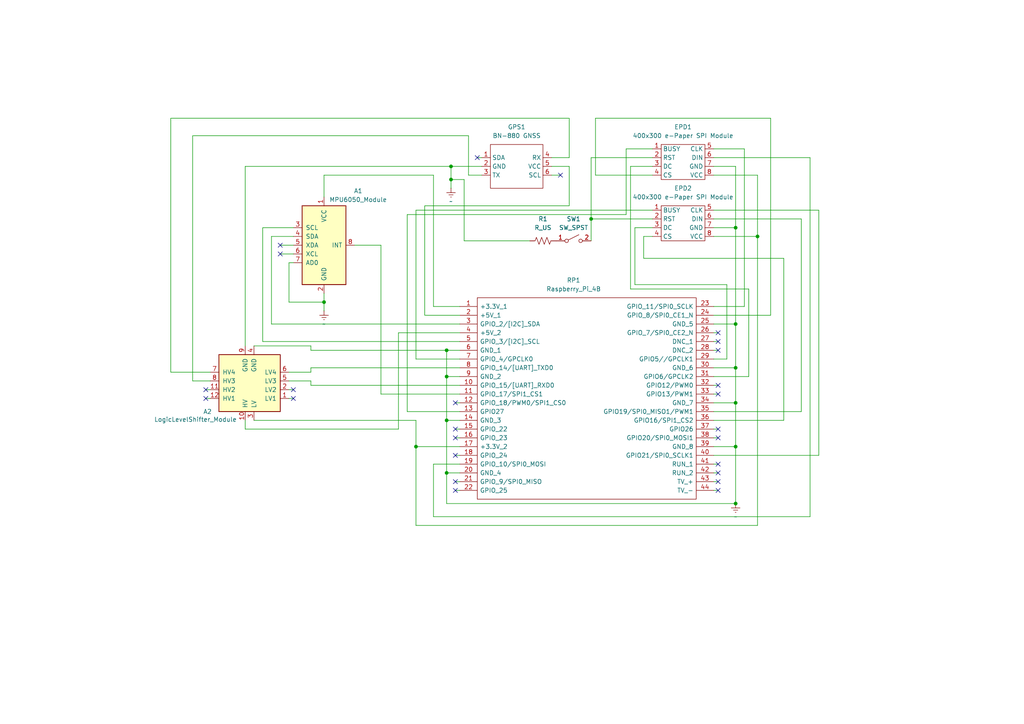
<source format=kicad_sch>
(kicad_sch (version 20231120) (generator "eeschema") (generator_version "8.0")
  (paper "A4")
  (title_block (title "ECTE250 TEAM 8") (date "Week 3") (rev "1") (company "Elderly Assistance: Fall Detection & Alert System"))
  (lib_symbols
    (symbol "Charleslabs_Parts:LogicLevelShifter_Module" (pin_names (offset 1.016))
      (property "Reference" "A" (at -7.62 8.89 0))
      (property "Value" "LogicLevelShifter_Module" (at 15.24 8.89 0))
      (symbol "LogicLevelShifter_Module_0_1"
        (rectangle (start -8.89 7.62) (end 8.89 -8.89) (stroke (width 0.254)) (fill (type background)))
      )
      (symbol "LogicLevelShifter_Module_1_1"
        (pin bidirectional line (at -11.43 3.81 0) (length 2.54) (name "LV1") (number "1"))
        (pin power_in line (at 1.27 10.16 270) (length 2.54) (name "HV") (number "10"))
        (pin bidirectional line (at 11.43 1.27 180) (length 2.54) (name "HV2") (number "11"))
        (pin bidirectional line (at 11.43 3.81 180) (length 2.54) (name "HV1") (number "12"))
        (pin bidirectional line (at -11.43 1.27 0) (length 2.54) (name "LV2") (number "2"))
        (pin power_in line (at -1.27 10.16 270) (length 2.54) (name "LV") (number "3"))
        (pin power_in line (at -1.27 -11.43 90) (length 2.54) (name "GND") (number "4"))
        (pin bidirectional line (at -11.43 -1.27 0) (length 2.54) (name "LV3") (number "5"))
        (pin bidirectional line (at -11.43 -3.81 0) (length 2.54) (name "LV4") (number "6"))
        (pin bidirectional line (at 11.43 -3.81 180) (length 2.54) (name "HV4") (number "7"))
        (pin bidirectional line (at 11.43 -1.27 180) (length 2.54) (name "HV3") (number "8"))
        (pin power_in line (at 1.27 -11.43 90) (length 2.54) (name "GND") (number "9"))
      )
    )
    (symbol "Charleslabs_Parts:MPU6050_Module" (pin_names (offset 1.016))
      (property "Reference" "A" (at -5.08 12.7 0))
      (property "Value" "MPU6050_Module" (at 8.89 12.7 0))
      (symbol "MPU6050_Module_0_1"
        (rectangle (start -6.35 11.43) (end 6.35 -11.43) (stroke (width 0.254)) (fill (type background)))
      )
      (symbol "MPU6050_Module_1_1"
        (pin power_in line (at 0 13.97 270) (length 2.54) (name "VCC") (number "1"))
        (pin power_in line (at 0 -13.97 90) (length 2.54) (name "GND") (number "2"))
        (pin input line (at -8.89 5.08 0) (length 2.54) (name "SCL") (number "3"))
        (pin input line (at -8.89 2.54 0) (length 2.54) (name "SDA") (number "4"))
        (pin input line (at -8.89 0 0) (length 2.54) (name "XDA") (number "5"))
        (pin input line (at -8.89 -2.54 0) (length 2.54) (name "XCL") (number "6"))
        (pin input line (at -8.89 -5.08 0) (length 2.54) (name "AD0") (number "7"))
        (pin output line (at 8.89 0 180) (length 2.54) (name "INT") (number "8"))
      )
    )
    (symbol "Device:R_US" (pin_numbers hide) (pin_names (offset 0))
      (property "Reference" "R" (at 2.54 0 90))
      (property "Value" "R_US" (at -2.54 0 90))
      (symbol "R_US_0_1"
        (polyline (pts (xy 0 -2.286) (xy 0 -2.54)))
        (polyline (pts (xy 0 2.286) (xy 0 2.54)))
        (polyline (pts (xy 0 -0.762) (xy 1.016 -1.143) (xy 0 -1.524) (xy -1.016 -1.905) (xy 0 -2.286)))
        (polyline (pts (xy 0 0.762) (xy 1.016 0.381) (xy 0 0) (xy -1.016 -0.381) (xy 0 -0.762)))
        (polyline (pts (xy 0 2.286) (xy 1.016 1.905) (xy 0 1.524) (xy -1.016 1.143) (xy 0 0.762)))
      )
      (symbol "R_US_1_1"
        (pin passive line (at 0 3.81 270) (length 1.27) (name "~") (number "1"))
        (pin passive line (at 0 -3.81 90) (length 1.27) (name "~") (number "2"))
      )
    )
    (symbol "Raspberry_Pi_2_or_3:Raspberry_Pi_2_3" (pin_names (offset 0.762))
      (property "Reference" "RP" (at 30.48 27.94 0))
      (property "Value" "Raspberry_Pi_4B" (at 30.48 25.4 0))
      (symbol "Raspberry_Pi_2_3_0_0"
        (pin bidirectional line (at 0 0 0) (length 5.08) (name "+3.3V_1") (number "1"))
        (pin bidirectional line (at 0 -22.86 0) (length 5.08) (name "GPIO_15/[UART]_RXD0") (number "10"))
        (pin bidirectional line (at 0 -25.4 0) (length 5.08) (name "GPIO_17/SPI1_CS1") (number "11"))
        (pin bidirectional line (at 0 -27.94 0) (length 5.08) (name "GPIO_18/PWM0/SPI1_CS0") (number "12"))
        (pin bidirectional line (at 0 -30.48 0) (length 5.08) (name "GPIO27") (number "13"))
        (pin bidirectional line (at 0 -33.02 0) (length 5.08) (name "GND_3") (number "14"))
        (pin bidirectional line (at 0 -35.56 0) (length 5.08) (name "GPIO_22") (number "15"))
        (pin bidirectional line (at 0 -38.1 0) (length 5.08) (name "GPIO_23") (number "16"))
        (pin bidirectional line (at 0 -40.64 0) (length 5.08) (name "+3.3V_2") (number "17"))
        (pin bidirectional line (at 0 -43.18 0) (length 5.08) (name "GPIO_24") (number "18"))
        (pin bidirectional line (at 0 -45.72 0) (length 5.08) (name "GPIO_10/SPI0_MOSI") (number "19"))
        (pin bidirectional line (at 0 -2.54 0) (length 5.08) (name "+5V_1") (number "2"))
        (pin bidirectional line (at 0 -48.26 0) (length 5.08) (name "GND_4") (number "20"))
        (pin bidirectional line (at 0 -50.8 0) (length 5.08) (name "GPIO_9/SPI0_MISO") (number "21"))
        (pin bidirectional line (at 0 -53.34 0) (length 5.08) (name "GPIO_25") (number "22"))
        (pin bidirectional line (at 73.66 0 180) (length 5.08) (name "GPIO_11/SPI0_SCLK") (number "23"))
        (pin bidirectional line (at 73.66 -2.54 180) (length 5.08) (name "GPIO_8/SPI0_CE1_N") (number "24"))
        (pin bidirectional line (at 73.66 -5.08 180) (length 5.08) (name "GND_5") (number "25"))
        (pin bidirectional line (at 73.66 -7.62 180) (length 5.08) (name "GPIO_7/SPI0_CE2_N") (number "26"))
        (pin bidirectional line (at 73.66 -10.16 180) (length 5.08) (name "DNC_1") (number "27"))
        (pin bidirectional line (at 73.66 -12.7 180) (length 5.08) (name "DNC_2") (number "28"))
        (pin bidirectional line (at 73.66 -15.24 180) (length 5.08) (name "GPIO5//GPCLK1") (number "29"))
        (pin bidirectional line (at 0 -5.08 0) (length 5.08) (name "GPIO_2/[I2C]_SDA") (number "3"))
        (pin bidirectional line (at 73.66 -17.78 180) (length 5.08) (name "GND_6") (number "30"))
        (pin bidirectional line (at 73.66 -20.32 180) (length 5.08) (name "GPIO6/GPCLK2") (number "31"))
        (pin bidirectional line (at 73.66 -22.86 180) (length 5.08) (name "GPIO12/PWM0") (number "32"))
        (pin bidirectional line (at 73.66 -25.4 180) (length 5.08) (name "GPIO13/PWM1") (number "33"))
        (pin bidirectional line (at 73.66 -27.94 180) (length 5.08) (name "GND_7") (number "34"))
        (pin bidirectional line (at 73.66 -30.48 180) (length 5.08) (name "GPIO19/SPI0_MISO1/PWM1") (number "35"))
        (pin bidirectional line (at 73.66 -33.02 180) (length 5.08) (name "GPIO16/SPI1_CS2") (number "36"))
        (pin bidirectional line (at 73.66 -35.56 180) (length 5.08) (name "GPIO26") (number "37"))
        (pin bidirectional line (at 73.66 -38.1 180) (length 5.08) (name "GPIO20/SPI0_MOSI1") (number "38"))
        (pin bidirectional line (at 73.66 -40.64 180) (length 5.08) (name "GND_8") (number "39"))
        (pin bidirectional line (at 0 -7.62 0) (length 5.08) (name "+5V_2") (number "4"))
        (pin bidirectional line (at 73.66 -43.18 180) (length 5.08) (name "GPIO21/SPI0_SCLK1") (number "40"))
        (pin bidirectional line (at 73.66 -45.72 180) (length 5.08) (name "RUN_1") (number "41"))
        (pin bidirectional line (at 73.66 -48.26 180) (length 5.08) (name "RUN_2") (number "42"))
        (pin bidirectional line (at 73.66 -50.8 180) (length 5.08) (name "TV_+") (number "43"))
        (pin bidirectional line (at 73.66 -53.34 180) (length 5.08) (name "TV_-") (number "44"))
        (pin bidirectional line (at 0 -10.16 0) (length 5.08) (name "GPIO_3/[I2C]_SCL") (number "5"))
        (pin bidirectional line (at 0 -12.7 0) (length 5.08) (name "GND_1") (number "6"))
        (pin bidirectional line (at 0 -15.24 0) (length 5.08) (name "GPIO_4/GPCLK0") (number "7"))
        (pin bidirectional line (at 0 -17.78 0) (length 5.08) (name "GPIO_14/[UART]_TXD0") (number "8"))
        (pin bidirectional line (at 0 -20.32 0) (length 5.08) (name "GND_2") (number "9"))
      )
      (symbol "Raspberry_Pi_2_3_0_1"
        (polyline (pts (xy 5.08 2.54) (xy 68.58 2.54) (xy 68.58 -55.88) (xy 5.08 -55.88) (xy 5.08 2.54)) (stroke (width 0.1524)))
      )
    )
    (symbol "Switch:SW_SPST" (pin_names (offset 0) hide)
      (property "Reference" "SW" (at 0 3.175 0))
      (property "Value" "SW_SPST" (at 0 -2.54 0))
      (symbol "SW_SPST_0_0"
        (circle (center -2.032 0) (radius 0.508))
        (polyline (pts (xy -1.524 0.254) (xy 1.524 1.778)))
        (circle (center 2.032 0) (radius 0.508))
      )
      (symbol "SW_SPST_1_1"
        (pin passive line (at -5.08 0 0) (length 2.54) (name "A") (number "1"))
        (pin passive line (at 5.08 0 180) (length 2.54) (name "B") (number "2"))
      )
    )
    (symbol "power:GNDREF" (power) (pin_numbers hide) (pin_names (offset 0) hide)
      (property "Value" "GNDREF" (at 0 -3.81 0))
      (symbol "GNDREF_0_1"
        (polyline (pts (xy -0.635 -1.905) (xy 0.635 -1.905)))
        (polyline (pts (xy -0.127 -2.54) (xy 0.127 -2.54)))
        (polyline (pts (xy 0 -1.27) (xy 0 0)))
        (polyline (pts (xy 1.27 -1.27) (xy -1.27 -1.27)))
      )
      (symbol "GNDREF_1_1"
        (pin power_in line (at 0 0 270) (length 0) (name "~") (number "1"))
      )
    )
    (symbol "wirehead:4.2_epaper_spi_module"
      (property "Reference" "EPD" (at 0 3.81 0))
      (property "Value" "400x300 e-Paper SPI Module" (at 0.254 1.778 0))
      (symbol "4.2_epaper_spi_module_0_0"
        (pin input line (at -8.89 -1.27 0) (length 2.54) (name "BUSY") (number "1"))
        (pin input line (at -8.89 -3.81 0) (length 2.54) (name "RST") (number "2"))
        (pin input line (at -8.89 -6.35 0) (length 2.54) (name "DC") (number "3"))
        (pin input line (at -8.89 -8.89 0) (length 2.54) (name "CS") (number "4"))
        (pin input line (at 8.89 -1.27 180) (length 2.54) (name "CLK") (number "5"))
        (pin input line (at 8.89 -3.81 180) (length 2.54) (name "DIN") (number "6"))
        (pin input line (at 8.89 -6.35 180) (length 2.54) (name "GND") (number "7"))
        (pin input line (at 8.89 -8.89 180) (length 2.54) (name "VCC") (number "8"))
      )
      (symbol "4.2_epaper_spi_module_0_1"
        (rectangle (start 6.35 -10.16) (end -6.35 0))
      )
    )
    (symbol "wirehead:BN-880_GNSS"
      (property "Reference" "GPS" (at 0 2.032 0))
      (property "Value" "BN-880 GNSS" (at 0 0 0))
      (symbol "BN-880_GNSS_0_0"
        (pin input line (at -10.16 -6.35 0) (length 2.54) (name "SDA") (number "1"))
        (pin input line (at -10.16 -8.89 0) (length 2.54) (name "GND") (number "2"))
        (pin input line (at -10.16 -11.43 0) (length 2.54) (name "TX") (number "3"))
        (pin input line (at 10.16 -6.35 180) (length 2.54) (name "RX") (number "4"))
        (pin input line (at 10.16 -8.89 180) (length 2.54) (name "VCC") (number "5"))
        (pin input line (at 10.16 -11.43 180) (length 2.54) (name "SCL") (number "6"))
      )
      (symbol "BN-880_GNSS_0_1"
        (rectangle (start -7.62 -2.54) (end 7.62 -15.24))
      )
    )
  )
  (junction (at 129.54 109.22))
  (junction (at 129.54 121.92))
  (junction (at 130.81 52.07))
  (junction (at 130.81 48.26))
  (junction (at 213.36 116.84))
  (junction (at 171.45 63.5))
  (junction (at 129.54 137.16))
  (junction (at 213.36 146.05))
  (junction (at 213.36 93.98))
  (junction (at 219.71 68.58))
  (junction (at 120.65 129.54))
  (junction (at 129.54 101.6))
  (junction (at 213.36 66.04))
  (junction (at 213.36 106.68))
  (junction (at 213.36 129.54))
  (junction (at 93.98 87.63))
  (no_connect (at 132.08 124.46))
  (no_connect (at 132.08 139.7))
  (no_connect (at 208.28 134.62))
  (no_connect (at 208.28 99.06))
  (no_connect (at 208.28 124.46))
  (no_connect (at 59.69 115.57))
  (no_connect (at 132.08 127))
  (no_connect (at 208.28 139.7))
  (no_connect (at 59.69 113.03))
  (no_connect (at 208.28 111.76))
  (no_connect (at 132.08 132.08))
  (no_connect (at 208.28 142.24))
  (no_connect (at 85.09 115.57))
  (no_connect (at 208.28 101.6))
  (no_connect (at 132.08 116.84))
  (no_connect (at 81.28 71.12))
  (no_connect (at 81.28 73.66))
  (no_connect (at 208.28 114.3))
  (no_connect (at 208.28 127))
  (no_connect (at 162.56 50.8))
  (no_connect (at 85.09 113.03))
  (no_connect (at 138.43 45.72))
  (no_connect (at 132.08 142.24))
  (no_connect (at 208.28 96.52))
  (no_connect (at 208.28 137.16))
  (wire (pts (xy 83.82 113.03) (xy 85.09 113.03)))
  (wire (pts (xy 207.01 132.08) (xy 237.49 132.08)))
  (wire (pts (xy 219.71 50.8) (xy 219.71 68.58)))
  (wire (pts (xy 85.09 76.2) (xy 83.82 76.2)))
  (wire (pts (xy 153.67 69.85) (xy 134.62 69.85)))
  (wire (pts (xy 181.61 62.23) (xy 118.11 62.23)))
  (wire (pts (xy 135.89 50.8) (xy 139.7 50.8)))
  (wire (pts (xy 232.41 63.5) (xy 207.01 63.5)))
  (wire (pts (xy 184.15 82.55) (xy 184.15 66.04)))
  (wire (pts (xy 207.01 142.24) (xy 208.28 142.24)))
  (wire (pts (xy 71.12 48.26) (xy 130.81 48.26)))
  (wire (pts (xy 90.17 101.6) (xy 129.54 101.6)))
  (wire (pts (xy 81.28 71.12) (xy 85.09 71.12)))
  (wire (pts (xy 71.12 48.26) (xy 71.12 100.33)))
  (wire (pts (xy 207.01 50.8) (xy 219.71 50.8)))
  (wire (pts (xy 234.95 45.72) (xy 207.01 45.72)))
  (wire (pts (xy 81.28 73.66) (xy 85.09 73.66)))
  (wire (pts (xy 207.01 48.26) (xy 213.36 48.26)))
  (wire (pts (xy 130.81 48.26) (xy 130.81 52.07)))
  (wire (pts (xy 78.74 68.58) (xy 78.74 93.98)))
  (wire (pts (xy 207.01 104.14) (xy 210.82 104.14)))
  (wire (pts (xy 223.52 34.29) (xy 223.52 91.44)))
  (wire (pts (xy 207.01 101.6) (xy 208.28 101.6)))
  (wire (pts (xy 219.71 68.58) (xy 219.71 152.4)))
  (wire (pts (xy 83.82 76.2) (xy 83.82 87.63)))
  (wire (pts (xy 215.9 43.18) (xy 207.01 43.18)))
  (wire (pts (xy 165.1 34.29) (xy 49.53 34.29)))
  (wire (pts (xy 189.23 48.26) (xy 182.88 48.26)))
  (wire (pts (xy 207.01 139.7) (xy 208.28 139.7)))
  (wire (pts (xy 132.08 116.84) (xy 133.35 116.84)))
  (wire (pts (xy 93.98 87.63) (xy 93.98 85.09)))
  (wire (pts (xy 217.17 109.22) (xy 207.01 109.22)))
  (wire (pts (xy 55.88 39.37) (xy 135.89 39.37)))
  (wire (pts (xy 90.17 107.95) (xy 90.17 106.68)))
  (wire (pts (xy 207.01 121.92) (xy 227.33 121.92)))
  (wire (pts (xy 207.01 119.38) (xy 232.41 119.38)))
  (wire (pts (xy 171.45 63.5) (xy 171.45 69.85)))
  (wire (pts (xy 115.57 96.52) (xy 115.57 124.46)))
  (wire (pts (xy 120.65 121.92) (xy 120.65 129.54)))
  (wire (pts (xy 110.49 114.3) (xy 110.49 71.12)))
  (wire (pts (xy 207.01 96.52) (xy 208.28 96.52)))
  (wire (pts (xy 133.35 96.52) (xy 115.57 96.52)))
  (wire (pts (xy 189.23 60.96) (xy 120.65 60.96)))
  (wire (pts (xy 207.01 114.3) (xy 208.28 114.3)))
  (wire (pts (xy 125.73 50.8) (xy 125.73 88.9)))
  (wire (pts (xy 210.82 104.14) (xy 210.82 82.55)))
  (wire (pts (xy 83.82 115.57) (xy 85.09 115.57)))
  (wire (pts (xy 133.35 114.3) (xy 110.49 114.3)))
  (wire (pts (xy 186.69 74.93) (xy 186.69 68.58)))
  (wire (pts (xy 83.82 107.95) (xy 90.17 107.95)))
  (wire (pts (xy 182.88 48.26) (xy 182.88 83.82)))
  (wire (pts (xy 132.08 142.24) (xy 133.35 142.24)))
  (wire (pts (xy 213.36 129.54) (xy 213.36 146.05)))
  (wire (pts (xy 133.35 121.92) (xy 129.54 121.92)))
  (wire (pts (xy 125.73 149.86) (xy 234.95 149.86)))
  (wire (pts (xy 120.65 129.54) (xy 133.35 129.54)))
  (wire (pts (xy 207.01 134.62) (xy 208.28 134.62)))
  (wire (pts (xy 171.45 45.72) (xy 171.45 63.5)))
  (wire (pts (xy 129.54 101.6) (xy 133.35 101.6)))
  (wire (pts (xy 172.72 50.8) (xy 172.72 34.29)))
  (wire (pts (xy 207.01 116.84) (xy 213.36 116.84)))
  (wire (pts (xy 123.19 91.44) (xy 133.35 91.44)))
  (wire (pts (xy 207.01 124.46) (xy 208.28 124.46)))
  (wire (pts (xy 133.35 109.22) (xy 129.54 109.22)))
  (wire (pts (xy 90.17 111.76) (xy 133.35 111.76)))
  (wire (pts (xy 83.82 87.63) (xy 93.98 87.63)))
  (wire (pts (xy 207.01 111.76) (xy 208.28 111.76)))
  (wire (pts (xy 189.23 50.8) (xy 172.72 50.8)))
  (wire (pts (xy 223.52 91.44) (xy 207.01 91.44)))
  (wire (pts (xy 133.35 137.16) (xy 129.54 137.16)))
  (wire (pts (xy 207.01 129.54) (xy 213.36 129.54)))
  (wire (pts (xy 123.19 91.44) (xy 123.19 59.69)))
  (wire (pts (xy 90.17 100.33) (xy 90.17 101.6)))
  (wire (pts (xy 213.36 116.84) (xy 213.36 129.54)))
  (wire (pts (xy 85.09 68.58) (xy 78.74 68.58)))
  (wire (pts (xy 217.17 83.82) (xy 217.17 109.22)))
  (wire (pts (xy 186.69 68.58) (xy 189.23 68.58)))
  (wire (pts (xy 172.72 34.29) (xy 223.52 34.29)))
  (wire (pts (xy 93.98 90.17) (xy 93.98 87.63)))
  (wire (pts (xy 237.49 132.08) (xy 237.49 60.96)))
  (wire (pts (xy 207.01 99.06) (xy 208.28 99.06)))
  (wire (pts (xy 132.08 124.46) (xy 133.35 124.46)))
  (wire (pts (xy 213.36 106.68) (xy 213.36 93.98)))
  (wire (pts (xy 227.33 74.93) (xy 186.69 74.93)))
  (wire (pts (xy 165.1 45.72) (xy 160.02 45.72)))
  (wire (pts (xy 129.54 121.92) (xy 129.54 109.22)))
  (wire (pts (xy 219.71 152.4) (xy 120.65 152.4)))
  (wire (pts (xy 102.87 71.12) (xy 110.49 71.12)))
  (wire (pts (xy 182.88 83.82) (xy 217.17 83.82)))
  (wire (pts (xy 123.19 59.69) (xy 165.1 59.69)))
  (wire (pts (xy 55.88 110.49) (xy 55.88 39.37)))
  (wire (pts (xy 165.1 59.69) (xy 165.1 48.26)))
  (wire (pts (xy 129.54 101.6) (xy 129.54 109.22)))
  (wire (pts (xy 184.15 66.04) (xy 189.23 66.04)))
  (wire (pts (xy 210.82 82.55) (xy 184.15 82.55)))
  (wire (pts (xy 93.98 50.8) (xy 125.73 50.8)))
  (wire (pts (xy 189.23 63.5) (xy 171.45 63.5)))
  (wire (pts (xy 135.89 39.37) (xy 135.89 50.8)))
  (wire (pts (xy 132.08 139.7) (xy 133.35 139.7)))
  (wire (pts (xy 120.65 60.96) (xy 120.65 104.14)))
  (wire (pts (xy 207.01 66.04) (xy 213.36 66.04)))
  (wire (pts (xy 129.54 137.16) (xy 129.54 146.05)))
  (wire (pts (xy 59.69 113.03) (xy 60.96 113.03)))
  (wire (pts (xy 134.62 52.07) (xy 130.81 52.07)))
  (wire (pts (xy 213.36 48.26) (xy 213.36 66.04)))
  (wire (pts (xy 85.09 66.04) (xy 76.2 66.04)))
  (wire (pts (xy 134.62 69.85) (xy 134.62 52.07)))
  (wire (pts (xy 78.74 93.98) (xy 133.35 93.98)))
  (wire (pts (xy 60.96 110.49) (xy 55.88 110.49)))
  (wire (pts (xy 139.7 48.26) (xy 130.81 48.26)))
  (wire (pts (xy 132.08 127) (xy 133.35 127)))
  (wire (pts (xy 73.66 100.33) (xy 90.17 100.33)))
  (wire (pts (xy 71.12 124.46) (xy 71.12 121.92)))
  (wire (pts (xy 232.41 119.38) (xy 232.41 63.5)))
  (wire (pts (xy 181.61 43.18) (xy 181.61 62.23)))
  (wire (pts (xy 160.02 48.26) (xy 165.1 48.26)))
  (wire (pts (xy 118.11 119.38) (xy 133.35 119.38)))
  (wire (pts (xy 59.69 115.57) (xy 60.96 115.57)))
  (wire (pts (xy 189.23 45.72) (xy 171.45 45.72)))
  (wire (pts (xy 160.02 50.8) (xy 162.56 50.8)))
  (wire (pts (xy 115.57 124.46) (xy 71.12 124.46)))
  (wire (pts (xy 215.9 88.9) (xy 215.9 43.18)))
  (wire (pts (xy 90.17 106.68) (xy 133.35 106.68)))
  (wire (pts (xy 120.65 129.54) (xy 120.65 152.4)))
  (wire (pts (xy 49.53 107.95) (xy 60.96 107.95)))
  (wire (pts (xy 234.95 149.86) (xy 234.95 45.72)))
  (wire (pts (xy 93.98 57.15) (xy 93.98 50.8)))
  (wire (pts (xy 125.73 134.62) (xy 125.73 149.86)))
  (wire (pts (xy 189.23 43.18) (xy 181.61 43.18)))
  (wire (pts (xy 207.01 106.68) (xy 213.36 106.68)))
  (wire (pts (xy 207.01 137.16) (xy 208.28 137.16)))
  (wire (pts (xy 90.17 111.76) (xy 90.17 110.49)))
  (wire (pts (xy 129.54 137.16) (xy 129.54 121.92)))
  (wire (pts (xy 120.65 104.14) (xy 133.35 104.14)))
  (wire (pts (xy 237.49 60.96) (xy 207.01 60.96)))
  (wire (pts (xy 213.36 66.04) (xy 213.36 93.98)))
  (wire (pts (xy 227.33 121.92) (xy 227.33 74.93)))
  (wire (pts (xy 207.01 93.98) (xy 213.36 93.98)))
  (wire (pts (xy 130.81 52.07) (xy 130.81 54.61)))
  (wire (pts (xy 133.35 134.62) (xy 125.73 134.62)))
  (wire (pts (xy 132.08 132.08) (xy 133.35 132.08)))
  (wire (pts (xy 76.2 99.06) (xy 133.35 99.06)))
  (wire (pts (xy 129.54 146.05) (xy 213.36 146.05)))
  (wire (pts (xy 207.01 88.9) (xy 215.9 88.9)))
  (wire (pts (xy 118.11 62.23) (xy 118.11 119.38)))
  (wire (pts (xy 213.36 106.68) (xy 213.36 116.84)))
  (wire (pts (xy 138.43 45.72) (xy 139.7 45.72)))
  (wire (pts (xy 207.01 127) (xy 208.28 127)))
  (wire (pts (xy 76.2 66.04) (xy 76.2 99.06)))
  (wire (pts (xy 165.1 45.72) (xy 165.1 34.29)))
  (wire (pts (xy 125.73 88.9) (xy 133.35 88.9)))
  (wire (pts (xy 207.01 68.58) (xy 219.71 68.58)))
  (wire (pts (xy 73.66 121.92) (xy 120.65 121.92)))
  (wire (pts (xy 90.17 110.49) (xy 83.82 110.49)))
  (wire (pts (xy 49.53 34.29) (xy 49.53 107.95)))
  (symbol (lib_id "Charleslabs_Parts:MPU6050_Module") (at 93.98 71.12 0) (unit 1)
    (property "Reference" "A1" (at 103.886 55.372 0))
    (property "Value" "MPU6050_Module" (at 103.886 57.912 0))
    (property "Footprint" "Charleslabs_Parts:MPU6050_Module" (effects (hide yes)))
  )
  (symbol (lib_id "Device:R_US") (at 157.48 69.85 90) (unit 1)
    (property "Reference" "R1" (at 157.48 63.5 90))
    (property "Value" "R_US" (at 157.48 66.04 90))
    (property "Description" "Resistor, US symbol" (effects (hide yes)))
  )
  (symbol (lib_id "power:GNDREF") (at 213.36 146.05 0) (unit 1)
    (property "Reference" "#PWR1" (effects (hide yes)))
    (property "Value" "~" (at 213.36 149.86 0))
    (property "Description" "Power symbol creates a global label with name \"GNDREF\" , reference supply ground" (effects (hide yes)))
  )
  (symbol (lib_id "Switch:SW_SPST") (at 166.37 69.85 0) (unit 1)
    (property "Reference" "SW1" (at 166.37 63.5 0))
    (property "Value" "SW_SPST" (at 166.37 66.04 0))
    (property "Description" "Single Pole Single Throw (SPST) switch" (effects (hide yes)))
  )
  (symbol (lib_id "power:GNDREF") (at 130.81 54.61 0) (unit 1)
    (property "Reference" "#PWR2" (effects (hide yes)))
    (property "Value" "~" (at 130.81 58.42 0))
    (property "Description" "Power symbol creates a global label with name \"GNDREF\" , reference supply ground" (effects (hide yes)))
  )
  (symbol (lib_id "Charleslabs_Parts:LogicLevelShifter_Module") (at 72.39 111.76 180) (unit 1)
    (property "Reference" "A2" (at 58.928 119.38 0) (effects (justify right)))
    (property "Value" "LogicLevelShifter_Module" (at 44.704 121.666 0) (effects (justify right)))
    (property "Footprint" "Charleslabs_Parts:LogicLevelConverter_Module" (effects (hide yes)))
  )
  (symbol (lib_id "wirehead:4.2_epaper_spi_module") (at 198.12 41.91 0) (unit 1)
    (property "Reference" "EPD1" (at 198.12 36.83 0))
    (property "Value" "400x300 e-Paper SPI Module" (at 198.12 39.37 0))
    (property "Footprint" "Waveshare 4.2inch e-Paper Module" (effects (hide yes)))
  )
  (symbol (lib_id "power:GNDREF") (at 93.98 90.17 0) (unit 1)
    (property "Reference" "#PWR3" (effects (hide yes)))
    (property "Value" "~" (at 93.98 93.98 0))
    (property "Description" "Power symbol creates a global label with name \"GNDREF\" , reference supply ground" (effects (hide yes)))
  )
  (symbol (lib_id "wirehead:4.2_epaper_spi_module") (at 198.12 59.69 0) (unit 1)
    (property "Reference" "EPD2" (at 198.12 54.61 0))
    (property "Value" "400x300 e-Paper SPI Module" (at 198.12 57.15 0))
    (property "Footprint" "Waveshare 4.2inch e-Paper Module" (effects (hide yes)))
  )
  (symbol (lib_id "Raspberry_Pi_2_or_3:Raspberry_Pi_2_3") (at 133.35 88.9 0) (unit 1)
    (property "Reference" "RP1" (at 166.37 81.28 0))
    (property "Value" "Raspberry_Pi_4B" (at 166.37 83.82 0))
    (property "Footprint" "RASPBERRYPI" (effects (hide yes)))
    (property "Datasheet" "https://cdn.sparkfun.com/assets/learn_tutorials/6/7/6/PiZero_1.pdf" (effects (hide yes)))
    (property "Description" "Raspberry Pi Zero W (v1.3) Single-board Computers" (effects (hide yes)))
    (property "Description_1" "Raspberry Pi Zero 2 or 3 Single-board Computers" (effects (hide yes)))
    (property "Manufacturer_Name" "RASPBERRY-PI" (effects (hide yes)))
    (property "Manufacturer_Part_Number" "Raspberry Pi 2 or 3" (effects (hide yes)))
  )
  (symbol (lib_id "wirehead:BN-880_GNSS") (at 149.86 39.37 0) (unit 1)
    (property "Reference" "GPS1" (at 149.86 36.83 0))
    (property "Value" "BN-880 GNSS" (at 149.86 39.37 0))
    (property "Footprint" "BN-880 GNSS" (effects (hide yes)))
  )
)
</source>
